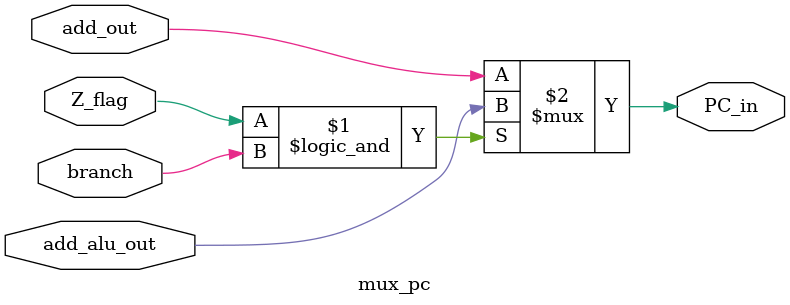
<source format=v>
module mux_pc(
    input add_alu_out,
    input add_out,
    input Z_flag,
    input branch,
    output PC_in
    );
    assign PC_in = (Z_flag && branch) ? add_alu_out : add_out;
endmodule
</source>
